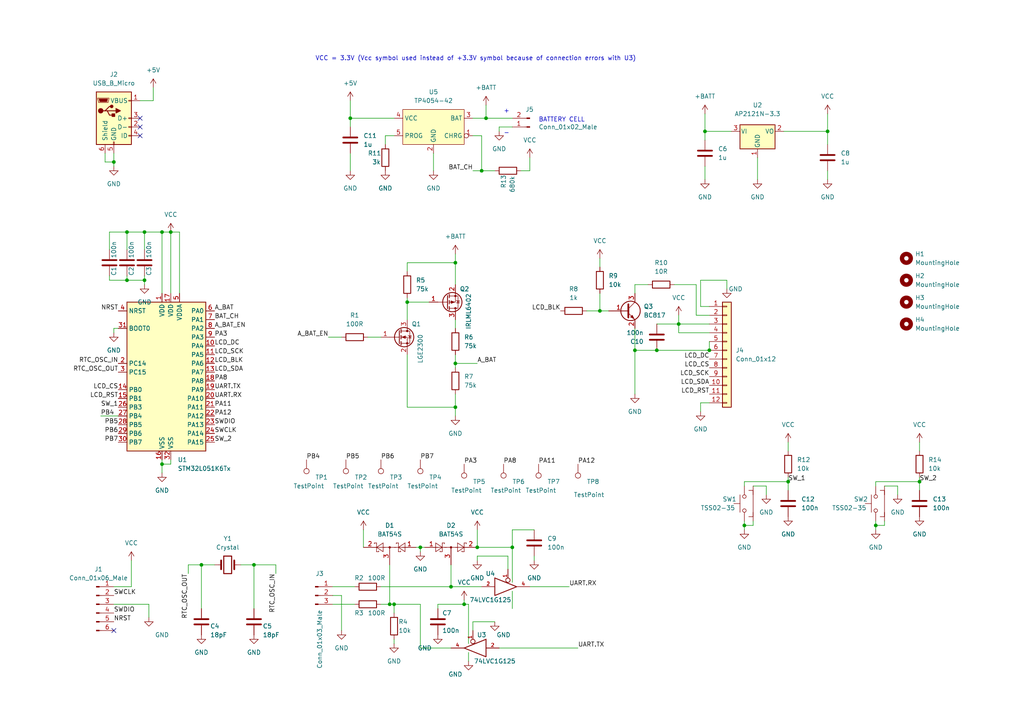
<source format=kicad_sch>
(kicad_sch (version 20211123) (generator eeschema)
  (paper "A4")
  (title_block (title "AGH-CLK-01") (date "01.12.22") (rev "A") (company "MARKIEL MIKOŁAJ, MOSUREK PIOTR, BIK MATEUSZ"))
  (lib_symbols
    (symbol "74xGxx:74LVC1G125" (pin_names (offset 1.016))
      (property "Reference" "U" (at -2.54 3.81 0))
      (property "Value" "74LVC1G125" (at 0 -3.81 0))
      (symbol "74LVC1G125_1_1"
        (pin input inverted (at 0 5.08 270) (length 3.81) (name "~") (number "1"))
        (pin input line (at -7.62 0 0) (length 3.81) (name "~") (number "2"))
        (pin power_in line (at 1.27 -1.27 270) (length 0) hide (name "GND") (number "3"))
        (pin tri_state line (at 6.35 0 180) (length 3.81) (name "~") (number "4"))
        (pin power_in line (at 1.27 1.27 90) (length 0) hide (name "VCC") (number "5"))
      )
    )
    (symbol "Battery_Management:TP4054-42"
      (property "Reference" "U" (at 0 8.89 0))
      (property "Value" "TP4054-42" (at 0 6.35 0))
      (symbol "TP4054-42_1_1"
        (pin input inverted (at 11.43 -2.54 180) (length 2.54) (name "CHRG") (number "1"))
        (pin power_in line (at 0 -7.62 90) (length 2.54) (name "GND") (number "2"))
        (pin power_out line (at 11.43 2.54 180) (length 2.54) (name "BAT") (number "3"))
        (pin power_in line (at -11.43 2.54 0) (length 2.54) (name "VCC") (number "4"))
        (pin input line (at -11.43 -2.54 0) (length 2.54) (name "PROG") (number "5"))
      )
    )
    (symbol "Connector:Conn_01x02_Male" (pin_names (offset 1.016) hide)
      (property "Reference" "J" (at 0 2.54 0))
      (property "Value" "Conn_01x02_Male" (at 0 -5.08 0))
      (symbol "Conn_01x02_Male_1_1"
        (pin passive line (at 5.08 0 180) (length 3.81) (name "Pin_1") (number "1"))
        (pin passive line (at 5.08 -2.54 180) (length 3.81) (name "Pin_2") (number "2"))
      )
    )
    (symbol "Connector:Conn_01x03_Male" (pin_names (offset 1.016) hide)
      (property "Reference" "J" (at 0 5.08 0))
      (property "Value" "Conn_01x03_Male" (at 0 -5.08 0))
      (symbol "Conn_01x03_Male_1_1"
        (pin passive line (at 5.08 2.54 180) (length 3.81) (name "Pin_1") (number "1"))
        (pin passive line (at 5.08 0 180) (length 3.81) (name "Pin_2") (number "2"))
        (pin passive line (at 5.08 -2.54 180) (length 3.81) (name "Pin_3") (number "3"))
      )
    )
    (symbol "Connector:Conn_01x06_Male" (pin_names (offset 1.016) hide)
      (property "Reference" "J" (at 0 7.62 0))
      (property "Value" "Conn_01x06_Male" (at 0 -10.16 0))
      (symbol "Conn_01x06_Male_1_1"
        (pin passive line (at 5.08 5.08 180) (length 3.81) (name "Pin_1") (number "1"))
        (pin passive line (at 5.08 2.54 180) (length 3.81) (name "Pin_2") (number "2"))
        (pin passive line (at 5.08 0 180) (length 3.81) (name "Pin_3") (number "3"))
        (pin passive line (at 5.08 -2.54 180) (length 3.81) (name "Pin_4") (number "4"))
        (pin passive line (at 5.08 -5.08 180) (length 3.81) (name "Pin_5") (number "5"))
        (pin passive line (at 5.08 -7.62 180) (length 3.81) (name "Pin_6") (number "6"))
      )
    )
    (symbol "Connector:TestPoint" (pin_numbers hide) (pin_names (offset 0.762) hide)
      (property "Reference" "TP" (at 0 6.858 0))
      (property "Value" "TestPoint" (at 0 5.08 0))
      (symbol "TestPoint_1_1"
        (pin passive line (at 0 0 90) (length 2.54) (name "1") (number "1"))
      )
    )
    (symbol "Connector:USB_B_Micro" (pin_names (offset 1.016))
      (property "Reference" "J" (at -5.08 11.43 0))
      (property "Value" "USB_B_Micro" (at -5.08 8.89 0))
      (symbol "USB_B_Micro_1_1"
        (pin power_out line (at 7.62 5.08 180) (length 2.54) (name "VBUS") (number "1"))
        (pin bidirectional line (at 7.62 -2.54 180) (length 2.54) (name "D-") (number "2"))
        (pin bidirectional line (at 7.62 0 180) (length 2.54) (name "D+") (number "3"))
        (pin passive line (at 7.62 -5.08 180) (length 2.54) (name "ID") (number "4"))
        (pin power_out line (at 0 -10.16 90) (length 2.54) (name "GND") (number "5"))
        (pin passive line (at -2.54 -10.16 90) (length 2.54) (name "Shield") (number "6"))
      )
    )
    (symbol "Connector_Generic:Conn_01x12" (pin_names (offset 1.016) hide)
      (property "Reference" "J" (at 0 15.24 0))
      (property "Value" "Conn_01x12" (at 0 -17.78 0))
      (symbol "Conn_01x12_1_1"
        (pin passive line (at -5.08 12.7 0) (length 3.81) (name "Pin_1") (number "1"))
        (pin passive line (at -5.08 -10.16 0) (length 3.81) (name "Pin_10") (number "10"))
        (pin passive line (at -5.08 -12.7 0) (length 3.81) (name "Pin_11") (number "11"))
        (pin passive line (at -5.08 -15.24 0) (length 3.81) (name "Pin_12") (number "12"))
        (pin passive line (at -5.08 10.16 0) (length 3.81) (name "Pin_2") (number "2"))
        (pin passive line (at -5.08 7.62 0) (length 3.81) (name "Pin_3") (number "3"))
        (pin passive line (at -5.08 5.08 0) (length 3.81) (name "Pin_4") (number "4"))
        (pin passive line (at -5.08 2.54 0) (length 3.81) (name "Pin_5") (number "5"))
        (pin passive line (at -5.08 0 0) (length 3.81) (name "Pin_6") (number "6"))
        (pin passive line (at -5.08 -2.54 0) (length 3.81) (name "Pin_7") (number "7"))
        (pin passive line (at -5.08 -5.08 0) (length 3.81) (name "Pin_8") (number "8"))
        (pin passive line (at -5.08 -7.62 0) (length 3.81) (name "Pin_9") (number "9"))
      )
    )
    (symbol "Device:C" (pin_numbers hide) (pin_names (offset 0.254))
      (property "Reference" "C" (at 0.635 2.54 0))
      (property "Value" "C" (at 0.635 -2.54 0))
      (symbol "C_1_1"
        (pin passive line (at 0 3.81 270) (length 2.794) (name "~") (number "1"))
        (pin passive line (at 0 -3.81 90) (length 2.794) (name "~") (number "2"))
      )
    )
    (symbol "Device:Crystal" (pin_numbers hide) (pin_names (offset 1.016) hide)
      (property "Reference" "Y" (at 0 3.81 0))
      (property "Value" "Crystal" (at 0 -3.81 0))
      (symbol "Crystal_1_1"
        (pin passive line (at -3.81 0 0) (length 1.27) (name "1") (number "1"))
        (pin passive line (at 3.81 0 180) (length 1.27) (name "2") (number "2"))
      )
    )
    (symbol "Device:R" (pin_numbers hide) (pin_names (offset 0))
      (property "Reference" "R" (at 2.032 0 90))
      (property "Value" "R" (at 0 0 90))
      (symbol "R_1_1"
        (pin passive line (at 0 3.81 270) (length 1.27) (name "~") (number "1"))
        (pin passive line (at 0 -3.81 90) (length 1.27) (name "~") (number "2"))
      )
    )
    (symbol "Diode:BAT54S" (pin_names (offset 1.016))
      (property "Reference" "D" (at 0.635 -3.81 0))
      (property "Value" "BAT54S" (at -6.35 3.175 0))
      (symbol "BAT54S_1_1"
        (pin passive line (at -7.62 0 0) (length 3.81) (name "~") (number "1"))
        (pin passive line (at 7.62 0 180) (length 3.81) (name "~") (number "2"))
        (pin passive line (at 0 -5.08 90) (length 5.08) (name "~") (number "3"))
      )
    )
    (symbol "MCU_ST_STM32L0:STM32L051K6Tx"
      (property "Reference" "U" (at -12.7 21.59 0))
      (property "Value" "STM32L051K6Tx" (at 5.08 21.59 0))
      (symbol "STM32L051K6Tx_1_1"
        (pin power_in line (at -2.54 22.86 270) (length 2.54) (name "VDD") (number "1"))
        (pin bidirectional line (at 12.7 7.62 180) (length 2.54) (name "PA4") (number "10"))
        (pin bidirectional line (at 12.7 5.08 180) (length 2.54) (name "PA5") (number "11"))
        (pin bidirectional line (at 12.7 2.54 180) (length 2.54) (name "PA6") (number "12"))
        (pin bidirectional line (at 12.7 0 180) (length 2.54) (name "PA7") (number "13"))
        (pin bidirectional line (at -15.24 -5.08 0) (length 2.54) (name "PB0") (number "14"))
        (pin bidirectional line (at -15.24 -7.62 0) (length 2.54) (name "PB1") (number "15"))
        (pin power_in line (at -2.54 -25.4 90) (length 2.54) (name "VSS") (number "16"))
        (pin power_in line (at 0 22.86 270) (length 2.54) (name "VDD") (number "17"))
        (pin bidirectional line (at 12.7 -2.54 180) (length 2.54) (name "PA8") (number "18"))
        (pin bidirectional line (at 12.7 -5.08 180) (length 2.54) (name "PA9") (number "19"))
        (pin bidirectional line (at -15.24 2.54 0) (length 2.54) (name "PC14") (number "2"))
        (pin bidirectional line (at 12.7 -7.62 180) (length 2.54) (name "PA10") (number "20"))
        (pin bidirectional line (at 12.7 -10.16 180) (length 2.54) (name "PA11") (number "21"))
        (pin bidirectional line (at 12.7 -12.7 180) (length 2.54) (name "PA12") (number "22"))
        (pin bidirectional line (at 12.7 -15.24 180) (length 2.54) (name "PA13") (number "23"))
        (pin bidirectional line (at 12.7 -17.78 180) (length 2.54) (name "PA14") (number "24"))
        (pin bidirectional line (at 12.7 -20.32 180) (length 2.54) (name "PA15") (number "25"))
        (pin bidirectional line (at -15.24 -10.16 0) (length 2.54) (name "PB3") (number "26"))
        (pin bidirectional line (at -15.24 -12.7 0) (length 2.54) (name "PB4") (number "27"))
        (pin bidirectional line (at -15.24 -15.24 0) (length 2.54) (name "PB5") (number "28"))
        (pin bidirectional line (at -15.24 -17.78 0) (length 2.54) (name "PB6") (number "29"))
        (pin bidirectional line (at -15.24 0 0) (length 2.54) (name "PC15") (number "3"))
        (pin bidirectional line (at -15.24 -20.32 0) (length 2.54) (name "PB7") (number "30"))
        (pin input line (at -15.24 12.7 0) (length 2.54) (name "BOOT0") (number "31"))
        (pin power_in line (at 0 -25.4 90) (length 2.54) (name "VSS") (number "32"))
        (pin input line (at -15.24 17.78 0) (length 2.54) (name "NRST") (number "4"))
        (pin power_in line (at 2.54 22.86 270) (length 2.54) (name "VDDA") (number "5"))
        (pin bidirectional line (at 12.7 17.78 180) (length 2.54) (name "PA0") (number "6"))
        (pin bidirectional line (at 12.7 15.24 180) (length 2.54) (name "PA1") (number "7"))
        (pin bidirectional line (at 12.7 12.7 180) (length 2.54) (name "PA2") (number "8"))
        (pin bidirectional line (at 12.7 10.16 180) (length 2.54) (name "PA3") (number "9"))
      )
    )
    (symbol "Mechanical:MountingHole" (pin_names (offset 1.016))
      (property "Reference" "H" (at 0 5.08 0))
      (property "Value" "MountingHole" (at 0 3.175 0))
    )
    (symbol "Regulator_Linear:AP2127N-3.3" (pin_names (offset 0.254))
      (property "Reference" "U" (at -3.81 3.175 0))
      (property "Value" "AP2127N-3.3" (at 0 3.175 0))
      (symbol "AP2127N-3.3_1_1"
        (pin power_in line (at 0 -7.62 90) (length 2.54) (name "GND") (number "1"))
        (pin power_out line (at 7.62 0 180) (length 2.54) (name "VO") (number "2"))
        (pin power_in line (at -7.62 0 0) (length 2.54) (name "VI") (number "3"))
      )
    )
    (symbol "Switch:SW_Push_GND" (pin_numbers hide) (pin_names (offset 1.016) hide)
      (property "Reference" "SW" (at 1.27 2.54 0))
      (property "Value" "SW_Push_GND" (at 0 -5.08 0))
      (symbol "SW_Push_GND_0_1"
        (pin passive line (at -5.08 0 0) (length 2.54) (name "1") (number "1"))
        (pin passive line (at 5.08 0 180) (length 2.54) (name "2") (number "2"))
      )
      (symbol "SW_Push_GND_1_1"
        (pin passive line (at -5.08 -2.54 0) (length 2.54) (name "3") (number "3"))
        (pin passive line (at 5.08 -2.54 180) (length 2.54) (name "4") (number "4"))
      )
    )
    (symbol "Transistor_BJT:BC817" (pin_names (offset 0) hide)
      (property "Reference" "Q" (at 5.08 1.905 0))
      (property "Value" "BC817" (at 5.08 0 0))
      (symbol "BC817_1_1"
        (pin input line (at -5.08 0 0) (length 5.715) (name "B") (number "1"))
        (pin passive line (at 2.54 -5.08 90) (length 2.54) (name "E") (number "2"))
        (pin passive line (at 2.54 5.08 270) (length 2.54) (name "C") (number "3"))
      )
    )
    (symbol "Transistor_FET:IRLML2060" (pin_names hide)
      (property "Reference" "Q" (at 5.08 1.905 0))
      (property "Value" "IRLML2060" (at 5.08 0 0))
      (symbol "IRLML2060_1_1"
        (pin input line (at -5.08 0 0) (length 2.54) (name "G") (number "1"))
        (pin passive line (at 2.54 -5.08 90) (length 2.54) (name "S") (number "2"))
        (pin passive line (at 2.54 5.08 270) (length 2.54) (name "D") (number "3"))
      )
    )
    (symbol "Transistor_FET:IRLML6402" (pin_names hide)
      (property "Reference" "Q" (at 5.08 1.905 0))
      (property "Value" "IRLML6402" (at 5.08 0 0))
      (symbol "IRLML6402_1_1"
        (pin input line (at -5.08 0 0) (length 2.54) (name "G") (number "1"))
        (pin passive line (at 2.54 -5.08 90) (length 2.54) (name "S") (number "2"))
        (pin passive line (at 2.54 5.08 270) (length 2.54) (name "D") (number "3"))
      )
    )
    (symbol "power:+5V" (power) (pin_names (offset 0))
      (property "Value" "+5V" (at 0 3.556 0))
      (symbol "+5V_1_1"
        (pin power_in line (at 0 0 90) (length 0) hide (name "+5V") (number "1"))
      )
    )
    (symbol "power:+BATT" (power) (pin_names (offset 0))
      (property "Value" "+BATT" (at 0 3.556 0))
      (symbol "+BATT_1_1"
        (pin power_in line (at 0 0 90) (length 0) hide (name "+BATT") (number "1"))
      )
    )
    (symbol "power:GND" (power) (pin_names (offset 0))
      (property "Value" "GND" (at 0 -3.81 0))
      (symbol "GND_1_1"
        (pin power_in line (at 0 0 270) (length 0) hide (name "GND") (number "1"))
      )
    )
    (symbol "power:VCC" (power) (pin_names (offset 0))
      (property "Value" "VCC" (at 0 3.81 0))
      (symbol "VCC_1_1"
        (pin power_in line (at 0 0 90) (length 0) hide (name "VCC") (number "1"))
      )
    )
  )
  (junction (at 101.6 34.29))
  (junction (at 240.03 38.1))
  (junction (at 132.08 76.2))
  (junction (at 132.08 105.41))
  (junction (at 196.85 93.98))
  (junction (at 114.3 175.26))
  (junction (at 254 152.4))
  (junction (at 148.59 158.75))
  (junction (at 130.81 170.18))
  (junction (at 204.47 38.1))
  (junction (at 118.11 87.63))
  (junction (at 113.03 175.26))
  (junction (at 134.62 175.26))
  (junction (at 73.66 163.83))
  (junction (at 49.53 67.31))
  (junction (at 205.74 101.6))
  (junction (at 36.83 67.31))
  (junction (at 140.97 34.29))
  (junction (at 266.7 139.7))
  (junction (at 41.91 81.28))
  (junction (at 46.99 134.62))
  (junction (at 132.08 118.11))
  (junction (at 41.91 67.31))
  (junction (at 46.99 67.31))
  (junction (at 228.6 139.7))
  (junction (at 33.02 46.99))
  (junction (at 184.15 101.6))
  (junction (at 138.43 158.75))
  (junction (at 36.83 81.28))
  (junction (at 190.5 101.6))
  (junction (at 139.7 49.53))
  (junction (at 121.92 158.75))
  (junction (at 173.99 90.17))
  (junction (at 58.42 163.83))
  (junction (at 215.9 152.4))
  (no_connect (at 40.64 39.37))
  (no_connect (at 33.02 182.88))
  (no_connect (at 40.64 34.29))
  (no_connect (at 40.64 36.83))
  (wire (pts (xy 43.18 179.07) (xy 43.18 175.26)))
  (wire (pts (xy 96.52 172.72) (xy 99.06 172.72)))
  (wire (pts (xy 184.15 101.6) (xy 184.15 114.3)))
  (wire (pts (xy 148.59 171.45) (xy 148.59 176.53)))
  (wire (pts (xy 130.81 187.96) (xy 121.92 187.96)))
  (wire (pts (xy 205.74 99.06) (xy 205.74 101.6)))
  (wire (pts (xy 203.2 116.84) (xy 203.2 119.38)))
  (wire (pts (xy 137.16 182.88) (xy 137.16 180.34)))
  (wire (pts (xy 49.53 133.35) (xy 49.53 134.62)))
  (wire (pts (xy 137.16 180.34) (xy 143.51 180.34)))
  (wire (pts (xy 132.08 118.11) (xy 132.08 120.65)))
  (wire (pts (xy 38.1 162.56) (xy 38.1 170.18)))
  (wire (pts (xy 222.25 143.51) (xy 222.25 140.97)))
  (wire (pts (xy 254 152.4) (xy 254 153.67)))
  (wire (pts (xy 204.47 40.64) (xy 204.47 38.1)))
  (wire (pts (xy 170.18 90.17) (xy 173.99 90.17)))
  (wire (pts (xy 254 152.4) (xy 256.54 152.4)))
  (wire (pts (xy 184.15 82.55) (xy 184.15 85.09)))
  (wire (pts (xy 219.71 45.72) (xy 219.71 52.07)))
  (wire (pts (xy 58.42 163.83) (xy 54.61 163.83)))
  (wire (pts (xy 137.16 34.29) (xy 140.97 34.29)))
  (wire (pts (xy 153.67 45.72) (xy 153.67 49.53)))
  (wire (pts (xy 190.5 93.98) (xy 196.85 93.98)))
  (wire (pts (xy 52.07 67.31) (xy 52.07 85.09)))
  (wire (pts (xy 101.6 34.29) (xy 114.3 34.29)))
  (wire (pts (xy 58.42 163.83) (xy 58.42 176.53)))
  (wire (pts (xy 135.89 175.26) (xy 135.89 186.69)))
  (wire (pts (xy 130.81 163.83) (xy 130.81 170.18)))
  (wire (pts (xy 144.78 187.96) (xy 167.64 187.96)))
  (wire (pts (xy 96.52 170.18) (xy 102.87 170.18)))
  (wire (pts (xy 36.83 81.28) (xy 41.91 81.28)))
  (wire (pts (xy 130.81 170.18) (xy 139.7 170.18)))
  (wire (pts (xy 144.78 36.83) (xy 144.78 38.1)))
  (wire (pts (xy 30.48 46.99) (xy 33.02 46.99)))
  (wire (pts (xy 138.43 161.29) (xy 138.43 162.56)))
  (wire (pts (xy 113.03 163.83) (xy 113.03 175.26)))
  (wire (pts (xy 105.41 153.67) (xy 105.41 158.75)))
  (wire (pts (xy 154.94 161.29) (xy 154.94 162.56)))
  (wire (pts (xy 96.52 175.26) (xy 102.87 175.26)))
  (wire (pts (xy 135.89 175.26) (xy 134.62 175.26)))
  (wire (pts (xy 173.99 85.09) (xy 173.99 90.17)))
  (wire (pts (xy 148.59 36.83) (xy 144.78 36.83)))
  (wire (pts (xy 204.47 48.26) (xy 204.47 52.07)))
  (wire (pts (xy 210.82 81.28) (xy 210.82 83.82)))
  (wire (pts (xy 110.49 170.18) (xy 130.81 170.18)))
  (wire (pts (xy 137.16 39.37) (xy 139.7 39.37)))
  (wire (pts (xy 228.6 139.7) (xy 228.6 142.24)))
  (wire (pts (xy 204.47 33.02) (xy 204.47 38.1)))
  (wire (pts (xy 29.21 120.65) (xy 34.29 120.65)))
  (wire (pts (xy 31.75 67.31) (xy 36.83 67.31)))
  (wire (pts (xy 31.75 81.28) (xy 36.83 81.28)))
  (wire (pts (xy 34.29 95.25) (xy 33.02 95.25)))
  (wire (pts (xy 41.91 81.28) (xy 41.91 82.55)))
  (wire (pts (xy 114.3 175.26) (xy 114.3 177.8)))
  (wire (pts (xy 41.91 67.31) (xy 41.91 72.39)))
  (wire (pts (xy 218.44 152.4) (xy 215.9 152.4)))
  (wire (pts (xy 132.08 92.71) (xy 132.08 95.25)))
  (wire (pts (xy 228.6 138.43) (xy 228.6 139.7)))
  (wire (pts (xy 204.47 38.1) (xy 212.09 38.1)))
  (wire (pts (xy 33.02 175.26) (xy 43.18 175.26)))
  (wire (pts (xy 132.08 114.3) (xy 132.08 118.11)))
  (wire (pts (xy 110.49 175.26) (xy 113.03 175.26)))
  (wire (pts (xy 121.92 158.75) (xy 123.19 158.75)))
  (wire (pts (xy 36.83 67.31) (xy 41.91 67.31)))
  (wire (pts (xy 138.43 153.67) (xy 138.43 158.75)))
  (wire (pts (xy 80.01 163.83) (xy 80.01 166.37)))
  (wire (pts (xy 140.97 30.48) (xy 140.97 34.29)))
  (wire (pts (xy 118.11 86.36) (xy 118.11 87.63)))
  (wire (pts (xy 33.02 95.25) (xy 33.02 96.52)))
  (wire (pts (xy 205.74 88.9) (xy 203.2 88.9)))
  (wire (pts (xy 240.03 38.1) (xy 240.03 41.91)))
  (wire (pts (xy 127 175.26) (xy 127 176.53)))
  (wire (pts (xy 173.99 74.93) (xy 173.99 77.47)))
  (wire (pts (xy 132.08 73.66) (xy 132.08 76.2)))
  (wire (pts (xy 118.11 76.2) (xy 132.08 76.2)))
  (wire (pts (xy 101.6 34.29) (xy 101.6 36.83)))
  (wire (pts (xy 254 139.7) (xy 266.7 139.7)))
  (wire (pts (xy 135.89 189.23) (xy 135.89 191.77)))
  (wire (pts (xy 121.92 158.75) (xy 121.92 160.02)))
  (wire (pts (xy 118.11 102.87) (xy 118.11 118.11)))
  (wire (pts (xy 266.7 128.27) (xy 266.7 130.81)))
  (wire (pts (xy 101.6 44.45) (xy 101.6 49.53)))
  (wire (pts (xy 132.08 102.87) (xy 132.08 105.41)))
  (wire (pts (xy 134.62 175.26) (xy 127 175.26)))
  (wire (pts (xy 73.66 163.83) (xy 80.01 163.83)))
  (wire (pts (xy 41.91 67.31) (xy 46.99 67.31)))
  (wire (pts (xy 140.97 34.29) (xy 148.59 34.29)))
  (wire (pts (xy 138.43 158.75) (xy 148.59 158.75)))
  (wire (pts (xy 256.54 140.97) (xy 260.35 140.97)))
  (wire (pts (xy 132.08 105.41) (xy 132.08 106.68)))
  (wire (pts (xy 218.44 151.13) (xy 218.44 152.4)))
  (wire (pts (xy 132.08 76.2) (xy 132.08 82.55)))
  (wire (pts (xy 195.58 82.55) (xy 201.93 82.55)))
  (wire (pts (xy 36.83 67.31) (xy 36.83 72.39)))
  (wire (pts (xy 134.62 173.99) (xy 134.62 175.26)))
  (wire (pts (xy 118.11 78.74) (xy 118.11 76.2)))
  (wire (pts (xy 260.35 143.51) (xy 260.35 140.97)))
  (wire (pts (xy 69.85 163.83) (xy 73.66 163.83)))
  (wire (pts (xy 118.11 87.63) (xy 118.11 92.71)))
  (wire (pts (xy 44.45 25.4) (xy 44.45 29.21)))
  (wire (pts (xy 203.2 88.9) (xy 203.2 81.28)))
  (wire (pts (xy 111.76 39.37) (xy 111.76 41.91)))
  (wire (pts (xy 154.94 153.67) (xy 148.59 153.67)))
  (wire (pts (xy 266.7 139.7) (xy 266.7 142.24)))
  (wire (pts (xy 95.25 97.79) (xy 99.06 97.79)))
  (wire (pts (xy 33.02 170.18) (xy 38.1 170.18)))
  (wire (pts (xy 147.32 161.29) (xy 138.43 161.29)))
  (wire (pts (xy 227.33 38.1) (xy 240.03 38.1)))
  (wire (pts (xy 137.16 49.53) (xy 139.7 49.53)))
  (wire (pts (xy 118.11 87.63) (xy 124.46 87.63)))
  (wire (pts (xy 46.99 134.62) (xy 46.99 137.16)))
  (wire (pts (xy 125.73 44.45) (xy 125.73 49.53)))
  (wire (pts (xy 121.92 175.26) (xy 114.3 175.26)))
  (wire (pts (xy 99.06 172.72) (xy 99.06 182.88)))
  (wire (pts (xy 256.54 151.13) (xy 256.54 152.4)))
  (wire (pts (xy 196.85 93.98) (xy 196.85 96.52)))
  (wire (pts (xy 205.74 93.98) (xy 196.85 93.98)))
  (wire (pts (xy 31.75 72.39) (xy 31.75 67.31)))
  (wire (pts (xy 187.96 82.55) (xy 184.15 82.55)))
  (wire (pts (xy 49.53 67.31) (xy 52.07 67.31)))
  (wire (pts (xy 58.42 163.83) (xy 62.23 163.83)))
  (wire (pts (xy 139.7 49.53) (xy 139.7 39.37)))
  (wire (pts (xy 113.03 175.26) (xy 114.3 175.26)))
  (wire (pts (xy 215.9 151.13) (xy 215.9 152.4)))
  (wire (pts (xy 228.6 128.27) (xy 228.6 130.81)))
  (wire (pts (xy 215.9 140.97) (xy 215.9 139.7)))
  (wire (pts (xy 153.67 170.18) (xy 165.1 170.18)))
  (wire (pts (xy 46.99 67.31) (xy 49.53 67.31)))
  (wire (pts (xy 173.99 90.17) (xy 176.53 90.17)))
  (wire (pts (xy 132.08 118.11) (xy 118.11 118.11)))
  (wire (pts (xy 46.99 67.31) (xy 46.99 85.09)))
  (wire (pts (xy 46.99 134.62) (xy 49.53 134.62)))
  (wire (pts (xy 254 151.13) (xy 254 152.4)))
  (wire (pts (xy 205.74 96.52) (xy 196.85 96.52)))
  (wire (pts (xy 33.02 46.99) (xy 33.02 48.26)))
  (wire (pts (xy 190.5 101.6) (xy 205.74 101.6)))
  (wire (pts (xy 203.2 81.28) (xy 210.82 81.28)))
  (wire (pts (xy 143.51 49.53) (xy 139.7 49.53)))
  (wire (pts (xy 215.9 152.4) (xy 215.9 153.67)))
  (wire (pts (xy 36.83 80.01) (xy 36.83 81.28)))
  (wire (pts (xy 266.7 138.43) (xy 266.7 139.7)))
  (wire (pts (xy 254 140.97) (xy 254 139.7)))
  (wire (pts (xy 148.59 168.91) (xy 148.59 158.75)))
  (wire (pts (xy 196.85 91.44) (xy 196.85 93.98)))
  (wire (pts (xy 215.9 139.7) (xy 228.6 139.7)))
  (wire (pts (xy 40.64 29.21) (xy 44.45 29.21)))
  (wire (pts (xy 73.66 163.83) (xy 73.66 176.53)))
  (wire (pts (xy 201.93 91.44) (xy 205.74 91.44)))
  (wire (pts (xy 114.3 185.42) (xy 114.3 186.69)))
  (wire (pts (xy 46.99 133.35) (xy 46.99 134.62)))
  (wire (pts (xy 240.03 33.02) (xy 240.03 38.1)))
  (wire (pts (xy 132.08 105.41) (xy 138.43 105.41)))
  (wire (pts (xy 184.15 101.6) (xy 190.5 101.6)))
  (wire (pts (xy 201.93 91.44) (xy 201.93 82.55)))
  (wire (pts (xy 33.02 44.45) (xy 33.02 46.99)))
  (wire (pts (xy 54.61 163.83) (xy 54.61 166.37)))
  (wire (pts (xy 121.92 187.96) (xy 121.92 175.26)))
  (wire (pts (xy 218.44 140.97) (xy 222.25 140.97)))
  (wire (pts (xy 31.75 80.01) (xy 31.75 81.28)))
  (wire (pts (xy 184.15 95.25) (xy 184.15 101.6)))
  (wire (pts (xy 120.65 158.75) (xy 121.92 158.75)))
  (wire (pts (xy 240.03 49.53) (xy 240.03 52.07)))
  (wire (pts (xy 101.6 29.21) (xy 101.6 34.29)))
  (wire (pts (xy 114.3 39.37) (xy 111.76 39.37)))
  (wire (pts (xy 49.53 67.31) (xy 49.53 85.09)))
  (wire (pts (xy 151.13 49.53) (xy 153.67 49.53)))
  (wire (pts (xy 148.59 153.67) (xy 148.59 158.75)))
  (wire (pts (xy 41.91 80.01) (xy 41.91 81.28)))
  (wire (pts (xy 30.48 44.45) (xy 30.48 46.99)))
  (wire (pts (xy 106.68 97.79) (xy 110.49 97.79)))
  (wire (pts (xy 205.74 116.84) (xy 203.2 116.84)))
  (wire (pts (xy 147.32 165.1) (xy 147.32 161.29)))
  (text "-" (at 146.05 39.37 0) (effects (font (size 1.27 1.27)) (justify left bottom)))
  (text "VCC = 3.3V (Vcc symbol used instead of +3.3V symbol because of connection errors with U3)" (at 91.44 17.78 0) (effects (font (size 1.27 1.27)) (justify left bottom)))
  (text "BATTERY CELL" (at 156.21 35.56 0) (effects (font (size 1.27 1.27)) (justify left bottom)))
  (text "+\n" (at 146.05 33.02 0) (effects (font (size 1.27 1.27)) (justify left bottom)))
  (label "PB5" (at 100.33 133.35 0))
  (label "PA11" (at 62.23 118.11 0))
  (label "PA11" (at 156.21 134.62 0))
  (label "NRST" (at 33.02 180.34 0))
  (label "PB7" (at 121.92 133.35 0))
  (label "PB6" (at 110.49 133.35 0))
  (label "PB6" (at 34.29 125.73 180))
  (label "BAT_CH" (at 137.16 49.53 180))
  (label "LCD_BLK" (at 162.56 90.17 180))
  (label "LCD_DC" (at 62.23 100.33 0))
  (label "LCD_BLK" (at 62.23 105.41 0))
  (label "PB4" (at 29.21 120.65 0))
  (label "SW_1" (at 228.6 139.7 0))
  (label "A_BAT" (at 138.43 105.41 0))
  (label "LCD_SDA" (at 205.74 111.76 180))
  (label "PA3" (at 62.23 97.79 0))
  (label "LCD_DC" (at 205.74 104.14 180))
  (label "PB5" (at 34.29 123.19 180))
  (label "UART.RX" (at 165.1 170.18 0))
  (label "PA3" (at 134.62 134.62 0))
  (label "PB4" (at 88.9 133.35 0))
  (label "LCD_SCK" (at 205.74 109.22 180))
  (label "SWCLK" (at 33.02 172.72 0))
  (label "LCD_RST" (at 205.74 114.3 180))
  (label "RTC_OSC_OUT" (at 34.29 107.95 180))
  (label "A_BAT_EN" (at 95.25 97.79 180))
  (label "UART.RX" (at 62.23 115.57 0))
  (label "PA12" (at 62.23 120.65 0))
  (label "SW_2" (at 62.23 128.27 0))
  (label "RTC_OSC_OUT" (at 54.61 166.37 270))
  (label "LCD_SCK" (at 62.23 102.87 0))
  (label "PA8" (at 62.23 110.49 0))
  (label "RTC_OSC_IN" (at 80.01 166.37 270))
  (label "LCD_SDA" (at 62.23 107.95 0))
  (label "UART.TX" (at 62.23 113.03 0))
  (label "A_BAT_EN" (at 62.23 95.25 0))
  (label "SWCLK" (at 62.23 125.73 0))
  (label "SW_1" (at 34.29 118.11 180))
  (label "LCD_CS" (at 205.74 106.68 180))
  (label "A_BAT" (at 62.23 90.17 0))
  (label "SWDIO" (at 33.02 177.8 0))
  (label "LCD_RST" (at 34.29 115.57 180))
  (label "PB7" (at 34.29 128.27 180))
  (label "PA12" (at 167.64 134.62 0))
  (label "BAT_CH" (at 62.23 92.71 0))
  (label "PA8" (at 146.05 134.62 0))
  (label "NRST" (at 34.29 90.17 180))
  (label "SW_2" (at 266.7 139.7 0))
  (label "LCD_CS" (at 34.29 113.03 180))
  (label "UART.TX" (at 167.64 187.96 0))
  (label "RTC_OSC_IN" (at 34.29 105.41 180))
  (label "SWDIO" (at 62.23 123.19 0))
  (symbol (lib_id "power:VCC") (at 138.43 153.67 0) (unit 1)
    (property "Reference" "#PWR024" (effects hide))
    (property "Value" "VCC" (at 138.43 148.59 0))
  )
  (symbol (lib_id "power:GND") (at 132.08 120.65 0) (unit 1)
    (property "Reference" "#PWR019" (effects hide))
    (property "Value" "GND" (at 132.08 125.73 0))
  )
  (symbol (lib_id "power:+5V") (at 101.6 29.21 0) (unit 1)
    (property "Reference" "#PWR031" (effects hide))
    (property "Value" "+5V" (at 101.6 24.13 0))
  )
  (symbol (lib_id "power:GND") (at 135.89 191.77 0) (unit 1)
    (property "Reference" "#PWR021" (effects hide))
    (property "Value" "GND" (at 132.08 195.58 0))
  )
  (symbol (lib_id "power:VCC") (at 173.99 74.93 0) (unit 1)
    (property "Reference" "#PWR028" (effects hide))
    (property "Value" "VCC" (at 173.99 69.85 0))
  )
  (symbol (lib_id "Device:C") (at 240.03 45.72 0) (unit 1)
    (property "Reference" "C8" (at 243.84 44.4499 0) (effects (justify left)))
    (property "Value" "1u" (at 243.84 46.9899 0) (effects (justify left)))
    (property "Footprint" "Capacitor_SMD:C_0805_2012Metric_Pad1.18x1.45mm_HandSolder" (effects hide))
  )
  (symbol (lib_id "Battery_Management:TP4054-42") (at 125.73 36.83 0) (unit 1)
    (property "Reference" "U5" (at 125.73 26.67 0))
    (property "Value" "TP4054-42" (at 125.73 29.21 0))
    (property "Footprint" "Package_TO_SOT_SMD:SOT-23-5_HandSoldering" (effects hide))
  )
  (symbol (lib_id "power:GND") (at 143.51 180.34 0) (unit 1)
    (property "Reference" "#PWR026" (effects hide))
    (property "Value" "GND" (at 146.05 184.15 0))
  )
  (symbol (lib_id "Transistor_FET:IRLML2060") (at 115.57 97.79 0) (unit 1)
    (property "Reference" "Q1" (at 119.38 93.98 0) (effects (justify left)))
    (property "Value" "LGE2300" (at 121.92 105.41 90) (effects (justify left)))
    (property "Footprint" "Package_TO_SOT_SMD:SOT-23" (effects hide))
    (property "Datasheet" "https://www.infineon.com/dgdl/irlml2060pbf.pdf?fileId=5546d462533600a401535664b7fb25ee" (effects hide))
  )
  (symbol (lib_id "Mechanical:MountingHole") (at 262.89 74.93 0) (unit 1)
    (property "Reference" "H1" (at 265.43 73.6599 0) (effects (justify left)))
    (property "Value" "MountingHole" (at 265.43 76.1999 0) (effects (justify left)))
    (property "Footprint" "MountingHole:MountingHole_2.2mm_M2_ISO7380" (effects hide))
  )
  (symbol (lib_id "power:VCC") (at 266.7 128.27 0) (unit 1)
    (property "Reference" "#PWR044" (effects hide))
    (property "Value" "VCC" (at 266.7 123.19 0))
  )
  (symbol (lib_id "Device:R") (at 228.6 134.62 0) (unit 1)
    (property "Reference" "R12" (at 231.14 133.3499 0) (effects (justify left)))
    (property "Value" "10k" (at 231.14 135.8899 0) (effects (justify left)))
    (property "Footprint" "Resistor_SMD:R_0603_1608Metric_Pad0.98x0.95mm_HandSolder" (effects hide))
  )
  (symbol (lib_id "Device:R") (at 114.3 181.61 180) (unit 1)
    (property "Reference" "R4" (at 115.57 180.34 0) (effects (justify right)))
    (property "Value" "10k" (at 115.57 182.88 0) (effects (justify right)))
    (property "Footprint" "Resistor_SMD:R_0603_1608Metric_Pad0.98x0.95mm_HandSolder" (effects hide))
  )
  (symbol (lib_id "power:GND") (at 260.35 143.51 0) (unit 1)
    (property "Reference" "#PWR0102" (effects hide))
    (property "Value" "GND" (at 260.35 148.59 0))
  )
  (symbol (lib_id "power:GND") (at 222.25 143.51 0) (unit 1)
    (property "Reference" "#PWR0103" (effects hide))
    (property "Value" "GND" (at 222.25 148.59 0))
  )
  (symbol (lib_id "power:GND") (at 266.7 149.86 0) (unit 1)
    (property "Reference" "#PWR045" (effects hide))
    (property "Value" "GND" (at 266.7 154.94 0))
  )
  (symbol (lib_id "power:GND") (at 58.42 184.15 0) (unit 1)
    (property "Reference" "#PWR08" (effects hide))
    (property "Value" "GND" (at 58.42 189.23 0))
  )
  (symbol (lib_id "Device:Crystal") (at 66.04 163.83 0) (unit 1)
    (property "Reference" "Y1" (at 66.04 156.21 0))
    (property "Value" "Crystal" (at 66.04 158.75 0))
    (property "Footprint" "Crystal:Crystal_SMD_3215-2Pin_3.2x1.5mm" (effects hide))
  )
  (symbol (lib_id "Connector:Conn_01x02_Male") (at 153.67 36.83 180) (unit 1)
    (property "Reference" "J5" (at 152.4 31.75 0) (effects (justify right)))
    (property "Value" "Conn_01x02_Male" (at 156.21 36.83 0) (effects (justify right)))
    (property "Footprint" "Connector_PinHeader_2.54mm:PinHeader_1x02_P2.54mm_Vertical" (effects hide))
  )
  (symbol (lib_id "power:GND") (at 33.02 96.52 0) (unit 1)
    (property "Reference" "#PWR0101" (effects hide))
    (property "Value" "GND" (at 33.02 101.6 0))
  )
  (symbol (lib_id "Mechanical:MountingHole") (at 262.89 93.98 0) (unit 1)
    (property "Reference" "H4" (at 265.43 92.7099 0) (effects (justify left)))
    (property "Value" "MountingHole" (at 265.43 95.2499 0) (effects (justify left)))
    (property "Footprint" "MountingHole:MountingHole_2.2mm_M2_ISO7380" (effects hide))
  )
  (symbol (lib_id "power:GND") (at 210.82 83.82 0) (unit 1)
    (property "Reference" "#PWR034" (effects hide))
    (property "Value" "GND" (at 213.36 83.82 0))
  )
  (symbol (lib_id "power:+BATT") (at 140.97 30.48 0) (unit 1)
    (property "Reference" "#PWR040" (effects hide))
    (property "Value" "+BATT" (at 140.97 25.4 0))
  )
  (symbol (lib_id "Device:R") (at 118.11 82.55 0) (unit 1)
    (property "Reference" "R5" (at 120.65 81.2799 0) (effects (justify left)))
    (property "Value" "75k" (at 120.65 83.8199 0) (effects (justify left)))
    (property "Footprint" "Resistor_SMD:R_0603_1608Metric_Pad0.98x0.95mm_HandSolder" (effects hide))
  )
  (symbol (lib_id "power:GND") (at 127 184.15 0) (unit 1)
    (property "Reference" "#PWR017" (effects hide))
    (property "Value" "GND" (at 123.19 187.96 0))
  )
  (symbol (lib_id "Device:R") (at 106.68 175.26 90) (unit 1)
    (property "Reference" "R3" (at 104.14 177.8 90))
    (property "Value" "100R" (at 109.22 177.8 90))
    (property "Footprint" "Resistor_SMD:R_0603_1608Metric_Pad0.98x0.95mm_HandSolder" (effects hide))
  )
  (symbol (lib_id "power:VCC") (at 49.53 67.31 0) (unit 1)
    (property "Reference" "#PWR07" (effects hide))
    (property "Value" "VCC" (at 49.53 62.23 0))
  )
  (symbol (lib_id "power:GND") (at 43.18 179.07 0) (unit 1)
    (property "Reference" "#PWR04" (effects hide))
    (property "Value" "GND" (at 46.99 184.15 0))
  )
  (symbol (lib_id "power:GND") (at 219.71 52.07 0) (unit 1)
    (property "Reference" "#PWR015" (effects hide))
    (property "Value" "GND" (at 219.71 57.15 0))
  )
  (symbol (lib_id "power:GND") (at 228.6 149.86 0) (unit 1)
    (property "Reference" "#PWR039" (effects hide))
    (property "Value" "GND" (at 228.6 154.94 0))
  )
  (symbol (lib_id "Device:C") (at 228.6 146.05 0) (unit 1)
    (property "Reference" "C12" (at 232.41 144.7799 0) (effects (justify left)))
    (property "Value" "100n" (at 232.41 147.3199 0) (effects (justify left)))
    (property "Footprint" "Capacitor_SMD:C_0805_2012Metric_Pad1.18x1.45mm_HandSolder" (effects hide))
  )
  (symbol (lib_id "Device:C") (at 266.7 146.05 0) (unit 1)
    (property "Reference" "C13" (at 270.51 144.7799 0) (effects (justify left)))
    (property "Value" "100n" (at 270.51 147.3199 0) (effects (justify left)))
    (property "Footprint" "Capacitor_SMD:C_0805_2012Metric_Pad1.18x1.45mm_HandSolder" (effects hide))
  )
  (symbol (lib_id "power:GND") (at 144.78 38.1 0) (unit 1)
    (property "Reference" "#PWR041" (effects hide))
    (property "Value" "GND" (at 144.78 43.18 0))
  )
  (symbol (lib_id "Connector:TestPoint") (at 100.33 133.35 180) (unit 1)
    (property "Reference" "TP2" (at 102.87 138.43 0) (effects (justify right)))
    (property "Value" "TestPoint" (at 96.52 140.97 0) (effects (justify right)))
    (property "Footprint" "TestPoint:TestPoint_Pad_1.5x1.5mm" (effects hide))
  )
  (symbol (lib_id "power:GND") (at 254 153.67 0) (unit 1)
    (property "Reference" "#PWR042" (effects hide))
    (property "Value" "GND" (at 254 158.75 0))
  )
  (symbol (lib_id "Device:C") (at 58.42 180.34 0) (unit 1)
    (property "Reference" "C4" (at 60.96 181.61 0) (effects (justify left)))
    (property "Value" "18pF" (at 60.96 184.15 0) (effects (justify left)))
    (property "Footprint" "Capacitor_SMD:C_0603_1608Metric_Pad1.08x0.95mm_HandSolder" (effects hide))
  )
  (symbol (lib_id "Connector:TestPoint") (at 156.21 134.62 180) (unit 1)
    (property "Reference" "TP7" (at 158.75 139.7 0) (effects (justify right)))
    (property "Value" "TestPoint" (at 152.4 142.24 0) (effects (justify right)))
    (property "Footprint" "TestPoint:TestPoint_Pad_1.5x1.5mm" (effects hide))
  )
  (symbol (lib_id "Transistor_FET:IRLML6402") (at 129.54 87.63 0) (mirror x) (unit 1)
    (property "Reference" "Q2" (at 133.35 83.82 0) (effects (justify left)))
    (property "Value" "IRLML6402" (at 135.89 85.09 90) (effects (justify left)))
    (property "Footprint" "Package_TO_SOT_SMD:SOT-23" (effects hide))
    (property "Datasheet" "https://www.infineon.com/dgdl/irlml6402pbf.pdf?fileId=5546d462533600a401535668d5c2263c" (effects hide))
  )
  (symbol (lib_id "Device:C") (at 204.47 44.45 0) (unit 1)
    (property "Reference" "C6" (at 208.28 43.1799 0) (effects (justify left)))
    (property "Value" "1u" (at 208.28 45.7199 0) (effects (justify left)))
    (property "Footprint" "Capacitor_SMD:C_0805_2012Metric_Pad1.18x1.45mm_HandSolder" (effects hide))
  )
  (symbol (lib_id "Connector:TestPoint") (at 146.05 134.62 180) (unit 1)
    (property "Reference" "TP6" (at 148.59 139.7 0) (effects (justify right)))
    (property "Value" "TestPoint" (at 142.24 142.24 0) (effects (justify right)))
    (property "Footprint" "TestPoint:TestPoint_Pad_1.5x1.5mm" (effects hide))
  )
  (symbol (lib_id "Device:C") (at 31.75 76.2 0) (unit 1)
    (property "Reference" "C1" (at 33.02 80.01 90) (effects (justify left)))
    (property "Value" "100n" (at 33.02 74.93 90) (effects (justify left)))
    (property "Footprint" "Capacitor_SMD:C_0805_2012Metric_Pad1.18x1.45mm_HandSolder" (effects hide))
  )
  (symbol (lib_id "power:GND") (at 154.94 162.56 0) (unit 1)
    (property "Reference" "#PWR027" (effects hide))
    (property "Value" "GND" (at 154.94 167.64 0))
  )
  (symbol (lib_id "power:+BATT") (at 132.08 73.66 0) (unit 1)
    (property "Reference" "#PWR018" (effects hide))
    (property "Value" "+BATT" (at 132.08 68.58 0))
  )
  (symbol (lib_id "Device:R") (at 111.76 45.72 0) (unit 1)
    (property "Reference" "R11" (at 106.68 44.45 0) (effects (justify left)))
    (property "Value" "3k" (at 107.95 46.99 0) (effects (justify left)))
    (property "Footprint" "Resistor_SMD:R_0603_1608Metric_Pad0.98x0.95mm_HandSolder" (effects hide))
  )
  (symbol (lib_id "power:GND") (at 125.73 49.53 0) (unit 1)
    (property "Reference" "#PWR037" (effects hide))
    (property "Value" "GND" (at 125.73 54.61 0))
  )
  (symbol (lib_id "Connector:TestPoint") (at 167.64 134.62 180) (unit 1)
    (property "Reference" "TP8" (at 170.18 139.7 0) (effects (justify right)))
    (property "Value" "TestPoint" (at 166.37 143.51 0) (effects (justify right)))
    (property "Footprint" "TestPoint:TestPoint_Pad_1.5x1.5mm" (effects hide))
  )
  (symbol (lib_id "power:GND") (at 114.3 186.69 0) (unit 1)
    (property "Reference" "#PWR014" (effects hide))
    (property "Value" "GND" (at 114.3 191.77 0))
  )
  (symbol (lib_id "Switch:SW_Push_GND") (at 254 146.05 90) (unit 1)
    (property "Reference" "SW2" (at 247.65 144.78 90) (effects (justify right)))
    (property "Value" "TSS02-35" (at 241.3 147.32 90) (effects (justify right)))
    (property "Footprint" "Button_Switch_SMD:SW_SPST_TSS02-035NT" (effects hide))
  )
  (symbol (lib_id "Device:R") (at 191.77 82.55 90) (unit 1)
    (property "Reference" "R10" (at 191.77 76.2 90))
    (property "Value" "10R" (at 191.77 78.74 90))
    (property "Footprint" "Resistor_SMD:R_0603_1608Metric_Pad0.98x0.95mm_HandSolder" (effects hide))
  )
  (symbol (lib_id "power:GND") (at 73.66 184.15 0) (unit 1)
    (property "Reference" "#PWR09" (effects hide))
    (property "Value" "GND" (at 73.66 189.23 0))
  )
  (symbol (lib_id "Connector:TestPoint") (at 121.92 133.35 180) (unit 1)
    (property "Reference" "TP4" (at 124.46 138.43 0) (effects (justify right)))
    (property "Value" "TestPoint" (at 118.11 140.97 0) (effects (justify right)))
    (property "Footprint" "TestPoint:TestPoint_Pad_1.5x1.5mm" (effects hide))
  )
  (symbol (lib_id "Connector:USB_B_Micro") (at 33.02 34.29 0) (unit 1)
    (property "Reference" "J2" (at 33.02 21.59 0))
    (property "Value" "USB_B_Micro" (at 33.02 24.13 0))
    (property "Footprint" "Connector_USB:USB_Micro-B_Amphenol_10118194_Horizontal" (effects hide))
  )
  (symbol (lib_id "power:GND") (at 121.92 160.02 0) (unit 1)
    (property "Reference" "#PWR016" (effects hide))
    (property "Value" "GND" (at 121.92 165.1 0))
  )
  (symbol (lib_id "Device:R") (at 106.68 170.18 90) (unit 1)
    (property "Reference" "R2" (at 104.14 167.64 90))
    (property "Value" "100R" (at 109.22 167.64 90))
    (property "Footprint" "Resistor_SMD:R_0603_1608Metric_Pad0.98x0.95mm_HandSolder" (effects hide))
  )
  (symbol (lib_id "Device:R") (at 102.87 97.79 90) (unit 1)
    (property "Reference" "R1" (at 102.87 91.44 90))
    (property "Value" "100R" (at 102.87 93.98 90))
    (property "Footprint" "Resistor_SMD:R_0603_1608Metric_Pad0.98x0.95mm_HandSolder" (effects hide))
  )
  (symbol (lib_id "power:VCC") (at 105.41 153.67 0) (unit 1)
    (property "Reference" "#PWR013" (effects hide))
    (property "Value" "VCC" (at 105.41 148.59 0))
  )
  (symbol (lib_id "Connector:TestPoint") (at 134.62 134.62 180) (unit 1)
    (property "Reference" "TP5" (at 137.16 139.7 0) (effects (justify right)))
    (property "Value" "TestPoint" (at 130.81 142.24 0) (effects (justify right)))
    (property "Footprint" "TestPoint:TestPoint_Pad_1.5x1.5mm" (effects hide))
  )
  (symbol (lib_id "power:GND") (at 184.15 114.3 0) (unit 1)
    (property "Reference" "#PWR029" (effects hide))
    (property "Value" "GND" (at 184.15 119.38 0))
  )
  (symbol (lib_id "power:GND") (at 101.6 49.53 0) (unit 1)
    (property "Reference" "#PWR032" (effects hide))
    (property "Value" "GND" (at 101.6 54.61 0))
  )
  (symbol (lib_id "power:VCC") (at 240.03 33.02 0) (unit 1)
    (property "Reference" "#PWR022" (effects hide))
    (property "Value" "VCC" (at 240.03 27.94 0))
  )
  (symbol (lib_id "Connector:Conn_01x03_Male") (at 91.44 172.72 0) (unit 1)
    (property "Reference" "J3" (at 92.71 166.37 0))
    (property "Value" "Conn_01x03_Male" (at 92.71 185.42 90))
    (property "Footprint" "Connector_PinHeader_2.54mm:PinHeader_1x03_P2.54mm_Vertical" (effects hide))
  )
  (symbol (lib_id "Regulator_Linear:AP2127N-3.3") (at 219.71 38.1 0) (unit 1)
    (property "Reference" "U2" (at 219.71 30.48 0))
    (property "Value" "AP2121N-3.3" (at 219.71 33.02 0))
    (property "Footprint" "Package_TO_SOT_SMD:SOT-23" (effects hide))
    (property "Datasheet" "https://www.diodes.com/assets/Datasheets/AP2127.pdf" (effects hide))
  )
  (symbol (lib_id "power:+5V") (at 44.45 25.4 0) (unit 1)
    (property "Reference" "#PWR05" (effects hide))
    (property "Value" "+5V" (at 44.45 20.32 0))
  )
  (symbol (lib_id "power:GND") (at 240.03 52.07 0) (unit 1)
    (property "Reference" "#PWR023" (effects hide))
    (property "Value" "GND" (at 240.03 57.15 0))
  )
  (symbol (lib_id "Device:C") (at 41.91 76.2 0) (unit 1)
    (property "Reference" "C3" (at 43.18 80.01 90) (effects (justify left)))
    (property "Value" "100n" (at 43.18 74.93 90) (effects (justify left)))
    (property "Footprint" "Capacitor_SMD:C_0805_2012Metric_Pad1.18x1.45mm_HandSolder" (effects hide))
  )
  (symbol (lib_id "power:VCC") (at 134.62 173.99 0) (unit 1)
    (property "Reference" "#PWR020" (effects hide))
    (property "Value" "VCC" (at 134.62 168.91 0))
  )
  (symbol (lib_id "Device:R") (at 166.37 90.17 90) (unit 1)
    (property "Reference" "R8" (at 166.37 83.82 90))
    (property "Value" "1k" (at 166.37 86.36 90))
    (property "Footprint" "Resistor_SMD:R_0603_1608Metric_Pad0.98x0.95mm_HandSolder" (effects hide))
  )
  (symbol (lib_id "Switch:SW_Push_GND") (at 215.9 146.05 90) (unit 1)
    (property "Reference" "SW1" (at 209.55 144.78 90) (effects (justify right)))
    (property "Value" "TSS02-35" (at 203.2 147.32 90) (effects (justify right)))
    (property "Footprint" "Button_Switch_SMD:SW_SPST_TSS02-035NT" (effects hide))
  )
  (symbol (lib_id "74xGxx:74LVC1G125") (at 137.16 187.96 0) (mirror y) (unit 1)
    (property "Reference" "U3" (at 139.7 184.15 0))
    (property "Value" "74LVC1G125" (at 143.51 191.77 0))
    (property "Footprint" "Package_TO_SOT_SMD:SOT-23-5_HandSoldering" (effects hide))
    (property "Datasheet" "http://www.ti.com/lit/sg/scyt129e/scyt129e.pdf" (effects hide))
  )
  (symbol (lib_id "power:VCC") (at 38.1 162.56 0) (unit 1)
    (property "Reference" "#PWR02" (effects hide))
    (property "Value" "VCC" (at 38.1 157.48 0))
  )
  (symbol (lib_id "Connector:TestPoint") (at 110.49 133.35 180) (unit 1)
    (property "Reference" "TP3" (at 113.03 138.43 0) (effects (justify right)))
    (property "Value" "TestPoint" (at 106.68 140.97 0) (effects (justify right)))
    (property "Footprint" "TestPoint:TestPoint_Pad_1.5x1.5mm" (effects hide))
  )
  (symbol (lib_id "power:GND") (at 138.43 162.56 0) (unit 1)
    (property "Reference" "#PWR025" (effects hide))
    (property "Value" "GND" (at 138.43 167.64 0))
  )
  (symbol (lib_id "power:+BATT") (at 204.47 33.02 0) (unit 1)
    (property "Reference" "#PWR011" (effects hide))
    (property "Value" "+BATT" (at 204.47 27.94 0))
  )
  (symbol (lib_id "Connector:TestPoint") (at 88.9 133.35 180) (unit 1)
    (property "Reference" "TP1" (at 91.44 138.43 0) (effects (justify right)))
    (property "Value" "TestPoint" (at 85.09 140.97 0) (effects (justify right)))
    (property "Footprint" "TestPoint:TestPoint_Pad_1.5x1.5mm" (effects hide))
  )
  (symbol (lib_id "Device:R") (at 173.99 81.28 0) (unit 1)
    (property "Reference" "R9" (at 176.53 80.0099 0) (effects (justify left)))
    (property "Value" "10k" (at 176.53 82.5499 0) (effects (justify left)))
    (property "Footprint" "Resistor_SMD:R_0603_1608Metric_Pad0.98x0.95mm_HandSolder" (effects hide))
  )
  (symbol (lib_id "Mechanical:MountingHole") (at 262.89 81.28 0) (unit 1)
    (property "Reference" "H2" (at 265.43 80.0099 0) (effects (justify left)))
    (property "Value" "MountingHole" (at 265.43 82.5499 0) (effects (justify left)))
    (property "Footprint" "MountingHole:MountingHole_2.2mm_M2_ISO7380" (effects hide))
  )
  (symbol (lib_id "power:VCC") (at 196.85 91.44 0) (unit 1)
    (property "Reference" "#PWR030" (effects hide))
    (property "Value" "VCC" (at 196.85 86.36 0))
  )
  (symbol (lib_id "Transistor_BJT:BC817") (at 181.61 90.17 0) (unit 1)
    (property "Reference" "Q3" (at 186.69 88.8999 0) (effects (justify left)))
    (property "Value" "BC817" (at 186.69 91.4399 0) (effects (justify left)))
    (property "Footprint" "Package_TO_SOT_SMD:SOT-23" (effects hide))
    (property "Datasheet" "https://www.onsemi.com/pub/Collateral/BC818-D.pdf" (effects hide))
  )
  (symbol (lib_id "power:VCC") (at 228.6 128.27 0) (unit 1)
    (property "Reference" "#PWR038" (effects hide))
    (property "Value" "VCC" (at 228.6 123.19 0))
  )
  (symbol (lib_id "MCU_ST_STM32L0:STM32L051K6Tx") (at 49.53 107.95 0) (unit 1)
    (property "Reference" "U1" (at 51.5494 133.35 0) (effects (justify left)))
    (property "Value" "STM32L051K6Tx" (at 51.5494 135.89 0) (effects (justify left)))
    (property "Footprint" "Package_QFP:LQFP-32_7x7mm_P0.8mm" (effects hide))
    (property "Datasheet" "http://www.st.com/st-web-ui/static/active/en/resource/technical/document/datasheet/DM00108219.pdf" (effects hide))
  )
  (symbol (lib_id "Device:C") (at 190.5 97.79 180) (unit 1)
    (property "Reference" "C10" (at 186.69 99.0601 0) (effects (justify left)))
    (property "Value" "100n" (at 186.69 96.5201 0) (effects (justify left)))
    (property "Footprint" "Capacitor_SMD:C_0805_2012Metric_Pad1.18x1.45mm_HandSolder" (effects hide))
  )
  (symbol (lib_id "Connector:Conn_01x06_Male") (at 27.94 175.26 0) (unit 1)
    (property "Reference" "J1" (at 28.575 165.1 0))
    (property "Value" "Conn_01x06_Male" (at 28.575 167.64 0))
    (property "Footprint" "Connector_PinHeader_2.54mm:PinHeader_2x03_P2.54mm_Vertical" (effects hide))
  )
  (symbol (lib_id "power:GND") (at 111.76 49.53 0) (unit 1)
    (property "Reference" "#PWR035" (effects hide))
    (property "Value" "GND" (at 111.76 54.61 0))
  )
  (symbol (lib_id "Device:C") (at 154.94 157.48 0) (unit 1)
    (property "Reference" "C9" (at 158.75 156.2099 0) (effects (justify left)))
    (property "Value" "100n" (at 158.75 158.7499 0) (effects (justify left)))
    (property "Footprint" "Capacitor_SMD:C_0805_2012Metric_Pad1.18x1.45mm_HandSolder" (effects hide))
  )
  (symbol (lib_id "74xGxx:74LVC1G125") (at 147.32 170.18 0) (unit 1)
    (property "Reference" "U4" (at 142.24 166.37 0))
    (property "Value" "74LVC1G125" (at 142.24 173.99 0))
    (property "Footprint" "Package_TO_SOT_SMD:SOT-23-5_HandSoldering" (effects hide))
    (property "Datasheet" "http://www.ti.com/lit/sg/scyt129e/scyt129e.pdf" (effects hide))
  )
  (symbol (lib_id "Device:R") (at 147.32 49.53 90) (unit 1)
    (property "Reference" "R13" (at 146.05 54.61 0) (effects (justify left)))
    (property "Value" "680k" (at 148.59 55.88 0) (effects (justify left)))
    (property "Footprint" "Resistor_SMD:R_0805_2012Metric_Pad1.20x1.40mm_HandSolder" (effects hide))
  )
  (symbol (lib_id "power:GND") (at 99.06 182.88 0) (unit 1)
    (property "Reference" "#PWR010" (effects hide))
    (property "Value" "GND" (at 99.06 187.96 0))
  )
  (symbol (lib_id "Connector_Generic:Conn_01x12") (at 210.82 101.6 0) (unit 1)
    (property "Reference" "J4" (at 213.36 101.5999 0) (effects (justify left)))
    (property "Value" "Conn_01x12" (at 213.36 104.1399 0) (effects (justify left)))
    (property "Footprint" "Connector:Flex_Tape_12x0.635" (effects hide))
  )
  (symbol (lib_id "power:GND") (at 41.91 82.55 0) (unit 1)
    (property "Reference" "#PWR03" (effects hide))
    (property "Value" "GND" (at 41.91 87.63 0))
  )
  (symbol (lib_id "power:GND") (at 46.99 137.16 0) (unit 1)
    (property "Reference" "#PWR06" (effects hide))
    (property "Value" "GND" (at 46.99 142.24 0))
  )
  (symbol (lib_id "Device:C") (at 36.83 76.2 0) (unit 1)
    (property "Reference" "C2" (at 38.1 80.01 90) (effects (justify left)))
    (property "Value" "100n" (at 38.1 74.93 90) (effects (justify left)))
    (property "Footprint" "Capacitor_SMD:C_0805_2012Metric_Pad1.18x1.45mm_HandSolder" (effects hide))
  )
  (symbol (lib_id "Device:C") (at 127 180.34 0) (unit 1)
    (property "Reference" "C7" (at 128.27 177.8 0) (effects (justify left)))
    (property "Value" "100n" (at 128.27 182.88 0) (effects (justify left)))
    (property "Footprint" "Capacitor_SMD:C_0805_2012Metric_Pad1.18x1.45mm_HandSolder" (effects hide))
  )
  (symbol (lib_id "power:GND") (at 203.2 119.38 0) (unit 1)
    (property "Reference" "#PWR033" (effects hide))
    (property "Value" "GND" (at 203.2 124.46 0))
  )
  (symbol (lib_id "power:GND") (at 204.47 52.07 0) (unit 1)
    (property "Reference" "#PWR012" (effects hide))
    (property "Value" "GND" (at 204.47 57.15 0))
  )
  (symbol (lib_id "Device:C") (at 73.66 180.34 0) (unit 1)
    (property "Reference" "C5" (at 76.2 181.61 0) (effects (justify left)))
    (property "Value" "18pF" (at 76.2 184.15 0) (effects (justify left)))
    (property "Footprint" "Capacitor_SMD:C_0603_1608Metric_Pad1.08x0.95mm_HandSolder" (effects hide))
  )
  (symbol (lib_id "power:VCC") (at 153.67 45.72 0) (unit 1)
    (property "Reference" "#PWR043" (effects hide))
    (property "Value" "VCC" (at 153.67 40.64 0))
  )
  (symbol (lib_id "Device:C") (at 101.6 40.64 0) (unit 1)
    (property "Reference" "C11" (at 105.41 39.3699 0) (effects (justify left)))
    (property "Value" "1u" (at 105.41 41.9099 0) (effects (justify left)))
    (property "Footprint" "Capacitor_SMD:C_1206_3216Metric_Pad1.33x1.80mm_HandSolder" (effects hide))
  )
  (symbol (lib_id "Diode:BAT54S") (at 130.81 158.75 0) (unit 1)
    (property "Reference" "D2" (at 130.81 152.4 0))
    (property "Value" "BAT54S" (at 130.81 154.94 0))
    (property "Footprint" "Package_TO_SOT_SMD:SOT-23" (effects hide))
    (property "Datasheet" "https://www.diodes.com/assets/Datasheets/ds11005.pdf" (effects hide))
  )
  (symbol (lib_id "Device:R") (at 266.7 134.62 0) (unit 1)
    (property "Reference" "R14" (at 269.24 133.3499 0) (effects (justify left)))
    (property "Value" "10k" (at 269.24 135.8899 0) (effects (justify left)))
    (property "Footprint" "Resistor_SMD:R_0603_1608Metric_Pad0.98x0.95mm_HandSolder" (effects hide))
  )
  (symbol (lib_id "Device:R") (at 132.08 110.49 0) (unit 1)
    (property "Reference" "R7" (at 134.62 109.2199 0) (effects (justify left)))
    (property "Value" "75k" (at 134.62 111.7599 0) (effects (justify left)))
    (property "Footprint" "Resistor_SMD:R_0603_1608Metric_Pad0.98x0.95mm_HandSolder" (effects hide))
  )
  (symbol (lib_id "Device:R") (at 132.08 99.06 0) (unit 1)
    (property "Reference" "R6" (at 134.62 97.7899 0) (effects (justify left)))
    (property "Value" "75k" (at 134.62 100.3299 0) (effects (justify left)))
    (property "Footprint" "Resistor_SMD:R_0603_1608Metric_Pad0.98x0.95mm_HandSolder" (effects hide))
  )
  (symbol (lib_id "power:GND") (at 33.02 48.26 0) (unit 1)
    (property "Reference" "#PWR01" (effects hide))
    (property "Value" "GND" (at 33.02 53.34 0))
  )
  (symbol (lib_id "Diode:BAT54S") (at 113.03 158.75 0) (mirror y) (unit 1)
    (property "Reference" "D1" (at 113.03 152.4 0))
    (property "Value" "BAT54S" (at 113.03 154.94 0))
    (property "Footprint" "Package_TO_SOT_SMD:SOT-23" (effects hide))
    (property "Datasheet" "https://www.diodes.com/assets/Datasheets/ds11005.pdf" (effects hide))
  )
  (symbol (lib_id "Mechanical:MountingHole") (at 262.89 87.63 0) (unit 1)
    (property "Reference" "H3" (at 265.43 86.3599 0) (effects (justify left)))
    (property "Value" "MountingHole" (at 265.43 88.8999 0) (effects (justify left)))
    (property "Footprint" "MountingHole:MountingHole_2.2mm_M2_ISO7380" (effects hide))
  )
  (symbol (lib_id "power:GND") (at 215.9 153.67 0) (unit 1)
    (property "Reference" "#PWR036" (effects hide))
    (property "Value" "GND" (at 215.9 158.75 0))
  )
)
</source>
